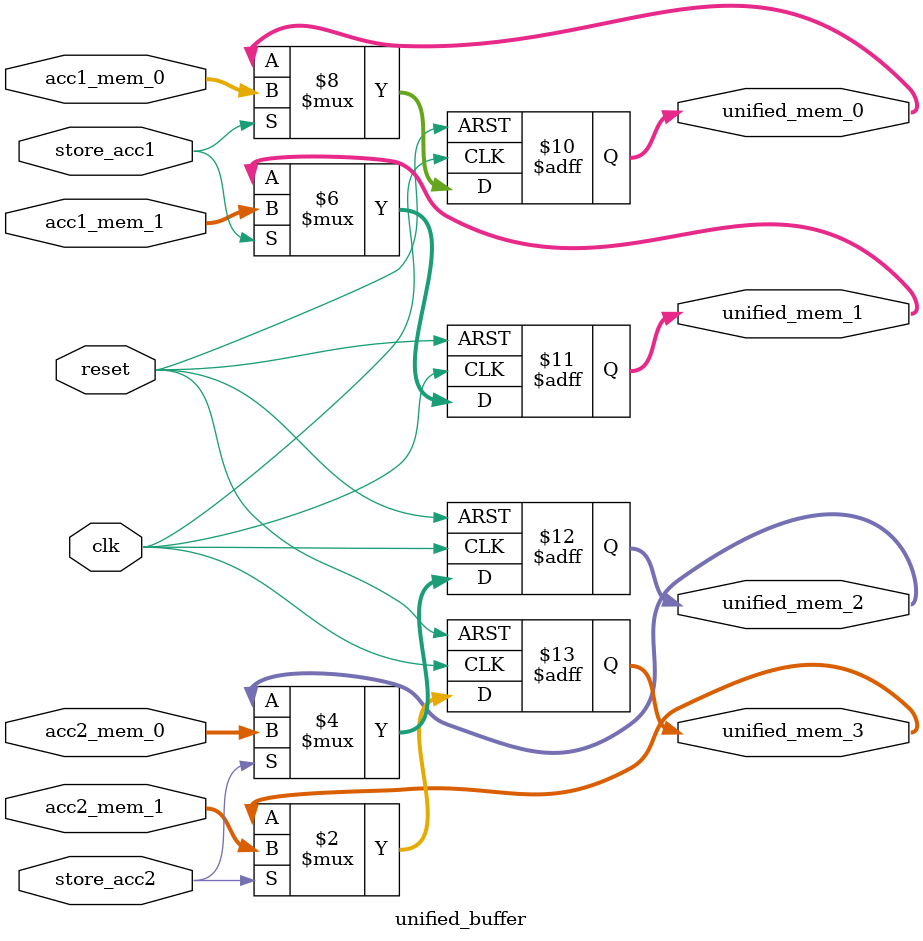
<source format=v>
module unified_buffer (
  input clk,
  input reset,
  input store_acc1,
  input store_acc2,
  input [31:0] acc1_mem_0,
  input [31:0] acc1_mem_1,
  input [31:0] acc2_mem_0,
  input [31:0] acc2_mem_1,
  output reg [31:0] unified_mem_0,
  output reg [31:0] unified_mem_1,
  output reg [31:0] unified_mem_2,
  output reg [31:0] unified_mem_3
);

  always @(posedge clk or posedge reset) begin
    if (reset) begin
      unified_mem_0 <= 0;
      unified_mem_1 <= 0;
      unified_mem_2 <= 0;
      unified_mem_3 <= 0;
    end else begin
      if (store_acc1) begin
        unified_mem_0 <= acc1_mem_0;
        unified_mem_1 <= acc1_mem_1;
        // $display("Storing acc1_data at time %t", $time);
      end
      if (store_acc2) begin
        unified_mem_2 <= acc2_mem_0;
        unified_mem_3 <= acc2_mem_1;
        // $display("Storing acc2_data at time %t", $time);
      end
    end
  end

endmodule

</source>
